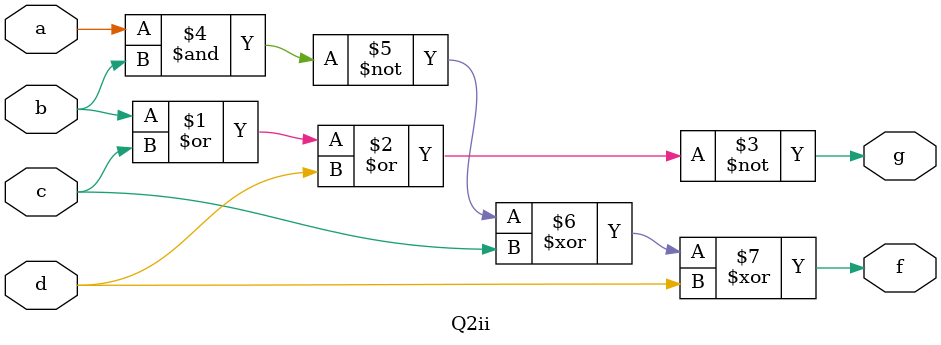
<source format=v>
module Q2ii(a,b,c,d,g,f);
	input a,b,c,d;
	output g,f;
	assign g = ~(b|c|d);
	assign f = (~(a&b))^c^d;
endmodule


</source>
